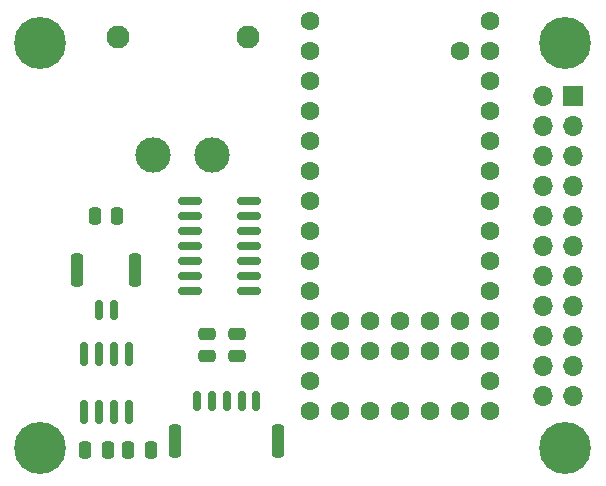
<source format=gbr>
%TF.GenerationSoftware,KiCad,Pcbnew,7.0.6-0*%
%TF.CreationDate,2024-01-30T23:56:51-05:00*%
%TF.ProjectId,Peripherals Board (new),50657269-7068-4657-9261-6c7320426f61,rev?*%
%TF.SameCoordinates,Original*%
%TF.FileFunction,Soldermask,Top*%
%TF.FilePolarity,Negative*%
%FSLAX46Y46*%
G04 Gerber Fmt 4.6, Leading zero omitted, Abs format (unit mm)*
G04 Created by KiCad (PCBNEW 7.0.6-0) date 2024-01-30 23:56:51*
%MOMM*%
%LPD*%
G01*
G04 APERTURE LIST*
G04 Aperture macros list*
%AMRoundRect*
0 Rectangle with rounded corners*
0 $1 Rounding radius*
0 $2 $3 $4 $5 $6 $7 $8 $9 X,Y pos of 4 corners*
0 Add a 4 corners polygon primitive as box body*
4,1,4,$2,$3,$4,$5,$6,$7,$8,$9,$2,$3,0*
0 Add four circle primitives for the rounded corners*
1,1,$1+$1,$2,$3*
1,1,$1+$1,$4,$5*
1,1,$1+$1,$6,$7*
1,1,$1+$1,$8,$9*
0 Add four rect primitives between the rounded corners*
20,1,$1+$1,$2,$3,$4,$5,0*
20,1,$1+$1,$4,$5,$6,$7,0*
20,1,$1+$1,$6,$7,$8,$9,0*
20,1,$1+$1,$8,$9,$2,$3,0*%
G04 Aperture macros list end*
%ADD10RoundRect,0.250000X-0.475000X0.250000X-0.475000X-0.250000X0.475000X-0.250000X0.475000X0.250000X0*%
%ADD11RoundRect,0.150000X-0.150000X-0.700000X0.150000X-0.700000X0.150000X0.700000X-0.150000X0.700000X0*%
%ADD12RoundRect,0.250000X-0.250000X-1.150000X0.250000X-1.150000X0.250000X1.150000X-0.250000X1.150000X0*%
%ADD13C,1.600000*%
%ADD14RoundRect,0.250000X0.250000X0.475000X-0.250000X0.475000X-0.250000X-0.475000X0.250000X-0.475000X0*%
%ADD15RoundRect,0.150000X0.150000X-0.825000X0.150000X0.825000X-0.150000X0.825000X-0.150000X-0.825000X0*%
%ADD16RoundRect,0.250000X-0.250000X-0.475000X0.250000X-0.475000X0.250000X0.475000X-0.250000X0.475000X0*%
%ADD17R,1.700000X1.700000*%
%ADD18O,1.700000X1.700000*%
%ADD19C,4.400000*%
%ADD20C,3.000000*%
%ADD21C,1.950000*%
%ADD22RoundRect,0.150000X0.150000X0.700000X-0.150000X0.700000X-0.150000X-0.700000X0.150000X-0.700000X0*%
%ADD23RoundRect,0.250000X0.250000X1.150000X-0.250000X1.150000X-0.250000X-1.150000X0.250000X-1.150000X0*%
%ADD24RoundRect,0.150000X0.825000X0.150000X-0.825000X0.150000X-0.825000X-0.150000X0.825000X-0.150000X0*%
G04 APERTURE END LIST*
D10*
%TO.C,C3*%
X189992000Y-73472000D03*
X189992000Y-75372000D03*
%TD*%
D11*
%TO.C,J1*%
X178295000Y-71464087D03*
X179545000Y-71464087D03*
D12*
X176445000Y-68114087D03*
X181395000Y-68114087D03*
%TD*%
D13*
%TO.C,U1*%
X198755000Y-72390000D03*
X198755000Y-74930000D03*
X201295000Y-72390000D03*
X201295000Y-74930000D03*
X203835000Y-72390000D03*
X203835000Y-74930000D03*
X206375000Y-72390000D03*
X206375000Y-74930000D03*
X208915000Y-72390000D03*
X208915000Y-74930000D03*
X208915000Y-49530000D03*
X211455000Y-46990000D03*
X211455000Y-49530000D03*
X211455000Y-52070000D03*
X211455000Y-54610000D03*
X211455000Y-57150000D03*
X211455000Y-59690000D03*
X211455000Y-62230000D03*
X211455000Y-64770000D03*
X211455000Y-67310000D03*
X211455000Y-69850000D03*
X211455000Y-72390000D03*
X211455000Y-74930000D03*
X211455000Y-77470000D03*
X211455000Y-80010000D03*
X208915000Y-80010000D03*
X206375000Y-80010000D03*
X203835000Y-80010000D03*
X201295000Y-80010000D03*
X198755000Y-80010000D03*
X196215000Y-80010000D03*
X196215000Y-77470000D03*
X196215000Y-74930000D03*
X196215000Y-72390000D03*
X196215000Y-69850000D03*
X196215000Y-67310000D03*
X196215000Y-64770000D03*
X196215000Y-62230000D03*
X196215000Y-59690000D03*
X196215000Y-57150000D03*
X196215000Y-54610000D03*
X196215000Y-52070000D03*
X196215000Y-49530000D03*
X196215000Y-46990000D03*
%TD*%
D14*
%TO.C,C5*%
X182710000Y-83354087D03*
X180810000Y-83354087D03*
%TD*%
D15*
%TO.C,U2*%
X177015000Y-80114087D03*
X178285000Y-80114087D03*
X179555000Y-80114087D03*
X180825000Y-80114087D03*
X180825000Y-75164087D03*
X179555000Y-75164087D03*
X178285000Y-75164087D03*
X177015000Y-75164087D03*
%TD*%
D16*
%TO.C,C4*%
X179870000Y-63500000D03*
X177970000Y-63500000D03*
%TD*%
D17*
%TO.C,J4*%
X218440000Y-53340000D03*
D18*
X215900000Y-53340000D03*
X218440000Y-55880000D03*
X215900000Y-55880000D03*
X218440000Y-58420000D03*
X215900000Y-58420000D03*
X218440000Y-60960000D03*
X215900000Y-60960000D03*
X218440000Y-63500000D03*
X215900000Y-63500000D03*
X218440000Y-66040000D03*
X215900000Y-66040000D03*
X218440000Y-68580000D03*
X215900000Y-68580000D03*
X218440000Y-71120000D03*
X215900000Y-71120000D03*
X218440000Y-73660000D03*
X215900000Y-73660000D03*
X218440000Y-76200000D03*
X215900000Y-76200000D03*
X218440000Y-78740000D03*
X215900000Y-78740000D03*
%TD*%
D19*
%TO.C,H1*%
X217805000Y-48895000D03*
%TD*%
D10*
%TO.C,C2*%
X187452000Y-73472000D03*
X187452000Y-75372000D03*
%TD*%
D19*
%TO.C,H4*%
X173355000Y-83185000D03*
%TD*%
D14*
%TO.C,C1*%
X179065000Y-83354087D03*
X177165000Y-83354087D03*
%TD*%
D20*
%TO.C,J3*%
X182920000Y-58340000D03*
D21*
X179920000Y-48340000D03*
D20*
X187920000Y-58340000D03*
D21*
X190920000Y-48340000D03*
%TD*%
D19*
%TO.C,H2*%
X217805000Y-83185000D03*
%TD*%
D22*
%TO.C,J2*%
X191635000Y-79200000D03*
X190385000Y-79200000D03*
X189135000Y-79200000D03*
X187885000Y-79200000D03*
X186635000Y-79200000D03*
D23*
X193485000Y-82550000D03*
X184785000Y-82550000D03*
%TD*%
D24*
%TO.C,U3*%
X186045000Y-69850000D03*
X186045000Y-68580000D03*
X186045000Y-67310000D03*
X186045000Y-66040000D03*
X186045000Y-64770000D03*
X186045000Y-63500000D03*
X186045000Y-62230000D03*
X190995000Y-62230000D03*
X190995000Y-63500000D03*
X190995000Y-64770000D03*
X190995000Y-66040000D03*
X190995000Y-67310000D03*
X190995000Y-68580000D03*
X190995000Y-69850000D03*
%TD*%
D19*
%TO.C,H3*%
X173355000Y-48895000D03*
%TD*%
M02*

</source>
